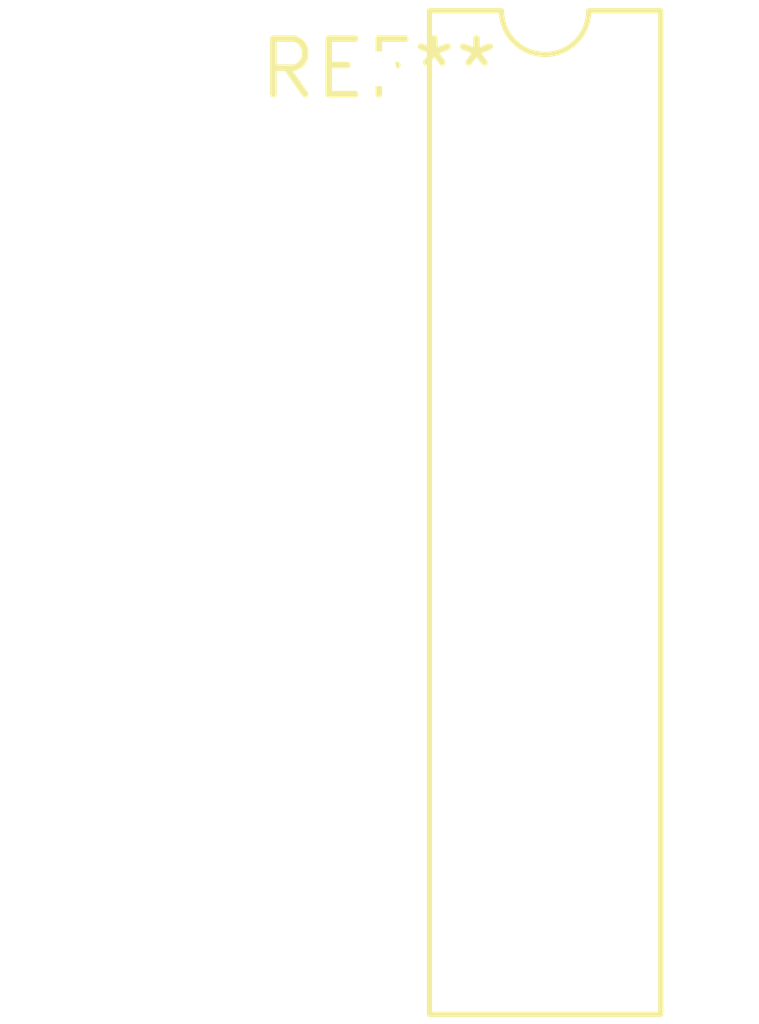
<source format=kicad_pcb>
(kicad_pcb (version 20240108) (generator pcbnew)
  (layers (0 "F.Cu" signal) (31 "B.Cu" signal) (34 "B.Paste" user) (35 "F.Paste" user) (36 "B.SilkS" user "B.Silkscreen") (37 "F.SilkS" user "F.Silkscreen") (38 "B.Mask" user) (39 "F.Mask" user) (44 "Edge.Cuts" user))
  (net 0 "")
  (footprint "DIP-18_W7.62mm" (layer "F.Cu") (at 0 0)
    (property "Reference" "REF**")
    (property "Value" "DIP-18_W7.62mm")
    (fp_line (start 1.16 -1.33) (end 1.16 21.65) (layer "F.SilkS") (stroke (width 0.12)))
    (fp_line (start 1.16 21.65) (end 6.46 21.65) (layer "F.SilkS") (stroke (width 0.12)))
    (fp_line (start 2.81 -1.33) (end 1.16 -1.33) (layer "F.SilkS") (stroke (width 0.12)))
    (fp_line (start 6.46 -1.33) (end 4.81 -1.33) (layer "F.SilkS") (stroke (width 0.12)))
    (fp_line (start 6.46 21.65) (end 6.46 -1.33) (layer "F.SilkS") (stroke (width 0.12)))
    (fp_arc (start 4.81 -1.33) (mid 3.81 -0.33) (end 2.81 -1.33) (layer "F.SilkS") (stroke (width 0.12)))
    (pad "1" thru_hole rect (at 0 0) (size 1.6 1.6) (drill 0.8) (layers *.Cu *.Mask) (remove_unused_layers))
    (pad "2" thru_hole oval (at 0 2.54) (size 1.6 1.6) (drill 0.8) (layers *.Cu *.Mask) (remove_unused_layers))
    (pad "3" thru_hole oval (at 0 5.08) (size 1.6 1.6) (drill 0.8) (layers *.Cu *.Mask) (remove_unused_layers))
    (pad "4" thru_hole oval (at 0 7.62) (size 1.6 1.6) (drill 0.8) (layers *.Cu *.Mask) (remove_unused_layers))
    (pad "5" thru_hole oval (at 0 10.16) (size 1.6 1.6) (drill 0.8) (layers *.Cu *.Mask) (remove_unused_layers))
    (pad "6" thru_hole oval (at 0 12.7) (size 1.6 1.6) (drill 0.8) (layers *.Cu *.Mask) (remove_unused_layers))
    (pad "7" thru_hole oval (at 0 15.24) (size 1.6 1.6) (drill 0.8) (layers *.Cu *.Mask) (remove_unused_layers))
    (pad "8" thru_hole oval (at 0 17.78) (size 1.6 1.6) (drill 0.8) (layers *.Cu *.Mask) (remove_unused_layers))
    (pad "9" thru_hole oval (at 0 20.32) (size 1.6 1.6) (drill 0.8) (layers *.Cu *.Mask) (remove_unused_layers))
    (pad "10" thru_hole oval (at 7.62 20.32) (size 1.6 1.6) (drill 0.8) (layers *.Cu *.Mask) (remove_unused_layers))
    (pad "11" thru_hole oval (at 7.62 17.78) (size 1.6 1.6) (drill 0.8) (layers *.Cu *.Mask) (remove_unused_layers))
    (pad "12" thru_hole oval (at 7.62 15.24) (size 1.6 1.6) (drill 0.8) (layers *.Cu *.Mask) (remove_unused_layers))
    (pad "13" thru_hole oval (at 7.62 12.7) (size 1.6 1.6) (drill 0.8) (layers *.Cu *.Mask) (remove_unused_layers))
    (pad "14" thru_hole oval (at 7.62 10.16) (size 1.6 1.6) (drill 0.8) (layers *.Cu *.Mask) (remove_unused_layers))
    (pad "15" thru_hole oval (at 7.62 7.62) (size 1.6 1.6) (drill 0.8) (layers *.Cu *.Mask) (remove_unused_layers))
    (pad "16" thru_hole oval (at 7.62 5.08) (size 1.6 1.6) (drill 0.8) (layers *.Cu *.Mask) (remove_unused_layers))
    (pad "17" thru_hole oval (at 7.62 2.54) (size 1.6 1.6) (drill 0.8) (layers *.Cu *.Mask) (remove_unused_layers))
    (pad "18" thru_hole oval (at 7.62 0) (size 1.6 1.6) (drill 0.8) (layers *.Cu *.Mask) (remove_unused_layers))
  )
)
</source>
